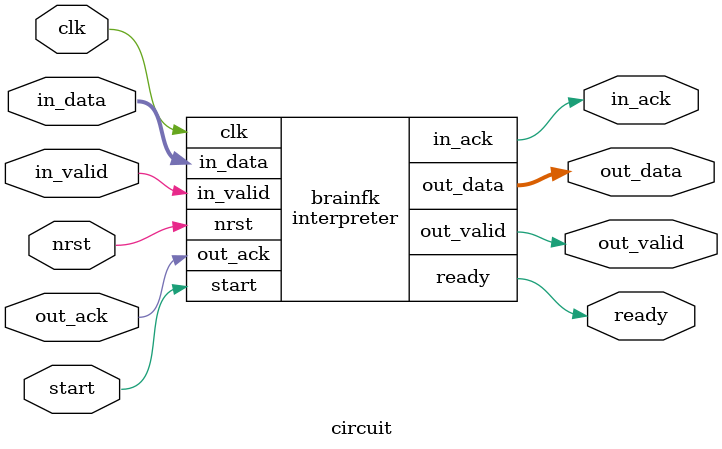
<source format=sv>
module memory( input logic rd, wr, clk, input logic [7:0] rdaddr, wraddr,
              input logic [7:0] in, output logic [7:0] out
);

  logic [7:0] mem [0:255];
  // initial $readmemh("program.vh",mem);
  assign out = rd ? mem[rdaddr] : out;
  always_ff @(posedge clk) if (wr) mem[wraddr] <= in;
endmodule

module interpreter(input clk, nrst, in_valid,out_ack,start,input logic [7:0] in_data,
output in_ack, out_valid, ready, output logic [7:0] out_data);
const logic [2:0] READY = 0, ZERO = 1, WORK = 2, WRITE = 3, 
READ = 4, RIGHT = 5, LEFT = 6;
const logic [7:0] PLUS = 8'h2b, MINUS = 8'h2d, BRC_L = 8'h5b,
BRC_R = 8'h5d, SHIFT_L = 8'h3c, SHIFT_R = 8'h3e, DOT = 8'h2e,
COMMA = 8'h2c, EOF = 8'h00;
logic [2:0] state;
logic [7:0] program_counter,head,op,value,c,data;
logic we_code,we_tape;
always_comb begin
  out_valid = state == WRITE;
  in_ack = state == READ || in_valid && state == READY && !start;
  we_code = in_valid && state == READY && !start;
  we_tape = (state == WORK && (op == PLUS || op == MINUS)) 
  || state == READ || state == ZERO || state == READY && start;
  data = state == READ ? in_data : 
  state == WORK && op == PLUS ? value + 1 :
  state == WORK && op == MINUS ? value - 1 : 0;
end
memory code(1,we_code,clk,program_counter,program_counter,in_data,op);
memory tape(1,we_tape,clk,head,head,data,value);
always_ff @(posedge clk or negedge nrst)
if(!nrst) begin 
  state <= READY;
  program_counter <= 0;
  head <= 0;
  ready <= 1;
end else case(state)
READY: if (start && ready) begin
  state <= ZERO;
  head <= head + 1;
  program_counter <= 0;
  ready <= 0;
end else if(in_valid) program_counter <= program_counter + 1;
ZERO: if(head == 255) begin 
  state <= WORK;
  head <= 0;
end else begin 
  head <= head + 1;
end
WORK: begin 
  case(op)
  SHIFT_L: begin head <= head - 1; program_counter <= program_counter + 1; end
  SHIFT_R: begin head <= head + 1; program_counter <= program_counter + 1; end
  DOT: state <= WRITE;
  COMMA: state <= READ;
  BRC_L: if(value != 0) program_counter <= program_counter + 1;
  else begin program_counter <= program_counter + 1; state <= RIGHT; c <= 0;end
  BRC_R: if(value != 0) begin program_counter <= program_counter - 1; state <= LEFT; c <= 0;end
  else program_counter <= program_counter + 1;
  EOF: begin program_counter <= 0; head <= 0; state <= READY; ready <= 1; end
  PLUS: program_counter <= program_counter + 1;
  MINUS: program_counter <= program_counter + 1;
  default: begin program_counter <= 0; head <= 0; state <= READY; ready <= 1; end
  endcase
end
WRITE: if(out_ack) begin program_counter <= program_counter + 1; state <= WORK; end
READ: if(in_valid) begin program_counter <= program_counter + 1; state <= WORK; end
RIGHT: begin 
  case(op)
  BRC_L: begin c <= c + 1; program_counter <= program_counter + 1; end
  BRC_R: if(c > 0) begin c <= c - 1; program_counter <= program_counter + 1; end
  else  begin program_counter <= program_counter + 1; state <= WORK; end
  default: program_counter <= program_counter + 1;
  endcase
end
LEFT: begin 
  case (op)
    BRC_R: begin c <= c + 1; program_counter <= program_counter - 1; end
    BRC_L: if(c > 0) begin c <= c - 1; program_counter <= program_counter - 1; end
    else begin program_counter <= program_counter + 1; state <= WORK; end
    default: program_counter <= program_counter - 1;
  endcase
end
endcase
  assign out_data = state == WRITE || op == DOT && state == WORK ? value : out_data;
endmodule

module circuit(input clk, nrst, in_valid,out_ack,start,input logic [7:0] in_data,
output in_ack, out_valid, ready, output logic [7:0] out_data);
interpreter brainfk(clk,nrst,in_valid,out_ack,start,in_data,in_ack,out_valid,ready,out_data);
endmodule
</source>
